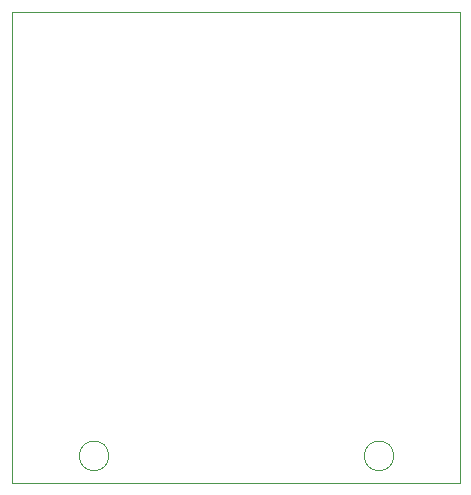
<source format=gbr>
%TF.GenerationSoftware,KiCad,Pcbnew,6.0.6*%
%TF.CreationDate,2022-11-11T11:54:06+01:00*%
%TF.ProjectId,KnxBoard,4b6e7842-6f61-4726-942e-6b696361645f,rev?*%
%TF.SameCoordinates,Original*%
%TF.FileFunction,Profile,NP*%
%FSLAX46Y46*%
G04 Gerber Fmt 4.6, Leading zero omitted, Abs format (unit mm)*
G04 Created by KiCad (PCBNEW 6.0.6) date 2022-11-11 11:54:06*
%MOMM*%
%LPD*%
G01*
G04 APERTURE LIST*
%TA.AperFunction,Profile*%
%ADD10C,0.050000*%
%TD*%
G04 APERTURE END LIST*
D10*
X116820000Y-72390000D02*
G75*
G03*
X116820000Y-72390000I-1250000J0D01*
G01*
X92690000Y-72390000D02*
G75*
G03*
X92690000Y-72390000I-1250000J0D01*
G01*
X84455000Y-34798000D02*
X122428000Y-34798000D01*
X122428000Y-34798000D02*
X122428000Y-74676000D01*
X122428000Y-74676000D02*
X84455000Y-74676000D01*
X84455000Y-74676000D02*
X84455000Y-34798000D01*
M02*

</source>
